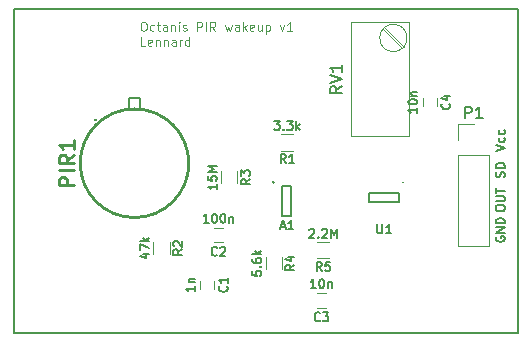
<source format=gbr>
%TF.GenerationSoftware,KiCad,Pcbnew,4.0.7*%
%TF.CreationDate,2018-05-13T22:07:06+02:00*%
%TF.ProjectId,nestbox,6E657374626F782E6B696361645F7063,rev?*%
%TF.FileFunction,Legend,Top*%
%FSLAX46Y46*%
G04 Gerber Fmt 4.6, Leading zero omitted, Abs format (unit mm)*
G04 Created by KiCad (PCBNEW 4.0.7) date 05/13/18 22:07:06*
%MOMM*%
%LPD*%
G01*
G04 APERTURE LIST*
%ADD10C,0.150000*%
%ADD11C,0.125000*%
%ADD12C,0.200000*%
%ADD13C,0.254000*%
%ADD14C,0.120000*%
%ADD15C,0.050000*%
G04 APERTURE END LIST*
D10*
D11*
X124717929Y-94722286D02*
X124860786Y-94722286D01*
X124932214Y-94758000D01*
X125003643Y-94829429D01*
X125039357Y-94972286D01*
X125039357Y-95222286D01*
X125003643Y-95365143D01*
X124932214Y-95436571D01*
X124860786Y-95472286D01*
X124717929Y-95472286D01*
X124646500Y-95436571D01*
X124575071Y-95365143D01*
X124539357Y-95222286D01*
X124539357Y-94972286D01*
X124575071Y-94829429D01*
X124646500Y-94758000D01*
X124717929Y-94722286D01*
X125682214Y-95436571D02*
X125610785Y-95472286D01*
X125467928Y-95472286D01*
X125396500Y-95436571D01*
X125360785Y-95400857D01*
X125325071Y-95329429D01*
X125325071Y-95115143D01*
X125360785Y-95043714D01*
X125396500Y-95008000D01*
X125467928Y-94972286D01*
X125610785Y-94972286D01*
X125682214Y-95008000D01*
X125896500Y-94972286D02*
X126182214Y-94972286D01*
X126003642Y-94722286D02*
X126003642Y-95365143D01*
X126039357Y-95436571D01*
X126110785Y-95472286D01*
X126182214Y-95472286D01*
X126753642Y-95472286D02*
X126753642Y-95079429D01*
X126717928Y-95008000D01*
X126646499Y-94972286D01*
X126503642Y-94972286D01*
X126432213Y-95008000D01*
X126753642Y-95436571D02*
X126682213Y-95472286D01*
X126503642Y-95472286D01*
X126432213Y-95436571D01*
X126396499Y-95365143D01*
X126396499Y-95293714D01*
X126432213Y-95222286D01*
X126503642Y-95186571D01*
X126682213Y-95186571D01*
X126753642Y-95150857D01*
X127110784Y-94972286D02*
X127110784Y-95472286D01*
X127110784Y-95043714D02*
X127146499Y-95008000D01*
X127217927Y-94972286D01*
X127325070Y-94972286D01*
X127396499Y-95008000D01*
X127432213Y-95079429D01*
X127432213Y-95472286D01*
X127789355Y-95472286D02*
X127789355Y-94972286D01*
X127789355Y-94722286D02*
X127753641Y-94758000D01*
X127789355Y-94793714D01*
X127825070Y-94758000D01*
X127789355Y-94722286D01*
X127789355Y-94793714D01*
X128110784Y-95436571D02*
X128182213Y-95472286D01*
X128325070Y-95472286D01*
X128396498Y-95436571D01*
X128432213Y-95365143D01*
X128432213Y-95329429D01*
X128396498Y-95258000D01*
X128325070Y-95222286D01*
X128217927Y-95222286D01*
X128146498Y-95186571D01*
X128110784Y-95115143D01*
X128110784Y-95079429D01*
X128146498Y-95008000D01*
X128217927Y-94972286D01*
X128325070Y-94972286D01*
X128396498Y-95008000D01*
X129325070Y-95472286D02*
X129325070Y-94722286D01*
X129610785Y-94722286D01*
X129682213Y-94758000D01*
X129717928Y-94793714D01*
X129753642Y-94865143D01*
X129753642Y-94972286D01*
X129717928Y-95043714D01*
X129682213Y-95079429D01*
X129610785Y-95115143D01*
X129325070Y-95115143D01*
X130075070Y-95472286D02*
X130075070Y-94722286D01*
X130860785Y-95472286D02*
X130610785Y-95115143D01*
X130432213Y-95472286D02*
X130432213Y-94722286D01*
X130717928Y-94722286D01*
X130789356Y-94758000D01*
X130825071Y-94793714D01*
X130860785Y-94865143D01*
X130860785Y-94972286D01*
X130825071Y-95043714D01*
X130789356Y-95079429D01*
X130717928Y-95115143D01*
X130432213Y-95115143D01*
X131682214Y-94972286D02*
X131825071Y-95472286D01*
X131967928Y-95115143D01*
X132110785Y-95472286D01*
X132253642Y-94972286D01*
X132860785Y-95472286D02*
X132860785Y-95079429D01*
X132825071Y-95008000D01*
X132753642Y-94972286D01*
X132610785Y-94972286D01*
X132539356Y-95008000D01*
X132860785Y-95436571D02*
X132789356Y-95472286D01*
X132610785Y-95472286D01*
X132539356Y-95436571D01*
X132503642Y-95365143D01*
X132503642Y-95293714D01*
X132539356Y-95222286D01*
X132610785Y-95186571D01*
X132789356Y-95186571D01*
X132860785Y-95150857D01*
X133217927Y-95472286D02*
X133217927Y-94722286D01*
X133289356Y-95186571D02*
X133503642Y-95472286D01*
X133503642Y-94972286D02*
X133217927Y-95258000D01*
X134110785Y-95436571D02*
X134039356Y-95472286D01*
X133896499Y-95472286D01*
X133825070Y-95436571D01*
X133789356Y-95365143D01*
X133789356Y-95079429D01*
X133825070Y-95008000D01*
X133896499Y-94972286D01*
X134039356Y-94972286D01*
X134110785Y-95008000D01*
X134146499Y-95079429D01*
X134146499Y-95150857D01*
X133789356Y-95222286D01*
X134789356Y-94972286D02*
X134789356Y-95472286D01*
X134467927Y-94972286D02*
X134467927Y-95365143D01*
X134503642Y-95436571D01*
X134575070Y-95472286D01*
X134682213Y-95472286D01*
X134753642Y-95436571D01*
X134789356Y-95400857D01*
X135146498Y-94972286D02*
X135146498Y-95722286D01*
X135146498Y-95008000D02*
X135217927Y-94972286D01*
X135360784Y-94972286D01*
X135432213Y-95008000D01*
X135467927Y-95043714D01*
X135503641Y-95115143D01*
X135503641Y-95329429D01*
X135467927Y-95400857D01*
X135432213Y-95436571D01*
X135360784Y-95472286D01*
X135217927Y-95472286D01*
X135146498Y-95436571D01*
X136325070Y-94972286D02*
X136503641Y-95472286D01*
X136682213Y-94972286D01*
X137360785Y-95472286D02*
X136932213Y-95472286D01*
X137146499Y-95472286D02*
X137146499Y-94722286D01*
X137075070Y-94829429D01*
X137003642Y-94900857D01*
X136932213Y-94936571D01*
X124932214Y-96722286D02*
X124575071Y-96722286D01*
X124575071Y-95972286D01*
X125467929Y-96686571D02*
X125396500Y-96722286D01*
X125253643Y-96722286D01*
X125182214Y-96686571D01*
X125146500Y-96615143D01*
X125146500Y-96329429D01*
X125182214Y-96258000D01*
X125253643Y-96222286D01*
X125396500Y-96222286D01*
X125467929Y-96258000D01*
X125503643Y-96329429D01*
X125503643Y-96400857D01*
X125146500Y-96472286D01*
X125825071Y-96222286D02*
X125825071Y-96722286D01*
X125825071Y-96293714D02*
X125860786Y-96258000D01*
X125932214Y-96222286D01*
X126039357Y-96222286D01*
X126110786Y-96258000D01*
X126146500Y-96329429D01*
X126146500Y-96722286D01*
X126503642Y-96222286D02*
X126503642Y-96722286D01*
X126503642Y-96293714D02*
X126539357Y-96258000D01*
X126610785Y-96222286D01*
X126717928Y-96222286D01*
X126789357Y-96258000D01*
X126825071Y-96329429D01*
X126825071Y-96722286D01*
X127503642Y-96722286D02*
X127503642Y-96329429D01*
X127467928Y-96258000D01*
X127396499Y-96222286D01*
X127253642Y-96222286D01*
X127182213Y-96258000D01*
X127503642Y-96686571D02*
X127432213Y-96722286D01*
X127253642Y-96722286D01*
X127182213Y-96686571D01*
X127146499Y-96615143D01*
X127146499Y-96543714D01*
X127182213Y-96472286D01*
X127253642Y-96436571D01*
X127432213Y-96436571D01*
X127503642Y-96400857D01*
X127860784Y-96722286D02*
X127860784Y-96222286D01*
X127860784Y-96365143D02*
X127896499Y-96293714D01*
X127932213Y-96258000D01*
X128003642Y-96222286D01*
X128075070Y-96222286D01*
X128646499Y-96722286D02*
X128646499Y-95972286D01*
X128646499Y-96686571D02*
X128575070Y-96722286D01*
X128432213Y-96722286D01*
X128360785Y-96686571D01*
X128325070Y-96650857D01*
X128289356Y-96579429D01*
X128289356Y-96365143D01*
X128325070Y-96293714D01*
X128360785Y-96258000D01*
X128432213Y-96222286D01*
X128575070Y-96222286D01*
X128646499Y-96258000D01*
D10*
X154650000Y-112902928D02*
X154614286Y-112974357D01*
X154614286Y-113081500D01*
X154650000Y-113188643D01*
X154721429Y-113260071D01*
X154792857Y-113295786D01*
X154935714Y-113331500D01*
X155042857Y-113331500D01*
X155185714Y-113295786D01*
X155257143Y-113260071D01*
X155328571Y-113188643D01*
X155364286Y-113081500D01*
X155364286Y-113010071D01*
X155328571Y-112902928D01*
X155292857Y-112867214D01*
X155042857Y-112867214D01*
X155042857Y-113010071D01*
X155364286Y-112545786D02*
X154614286Y-112545786D01*
X155364286Y-112117214D01*
X154614286Y-112117214D01*
X155364286Y-111760072D02*
X154614286Y-111760072D01*
X154614286Y-111581500D01*
X154650000Y-111474357D01*
X154721429Y-111402929D01*
X154792857Y-111367214D01*
X154935714Y-111331500D01*
X155042857Y-111331500D01*
X155185714Y-111367214D01*
X155257143Y-111402929D01*
X155328571Y-111474357D01*
X155364286Y-111581500D01*
X155364286Y-111760072D01*
X154614286Y-110541499D02*
X154614286Y-110398642D01*
X154650000Y-110327214D01*
X154721429Y-110255785D01*
X154864286Y-110220071D01*
X155114286Y-110220071D01*
X155257143Y-110255785D01*
X155328571Y-110327214D01*
X155364286Y-110398642D01*
X155364286Y-110541499D01*
X155328571Y-110612928D01*
X155257143Y-110684357D01*
X155114286Y-110720071D01*
X154864286Y-110720071D01*
X154721429Y-110684357D01*
X154650000Y-110612928D01*
X154614286Y-110541499D01*
X154614286Y-109898643D02*
X155221429Y-109898643D01*
X155292857Y-109862928D01*
X155328571Y-109827214D01*
X155364286Y-109755785D01*
X155364286Y-109612928D01*
X155328571Y-109541500D01*
X155292857Y-109505785D01*
X155221429Y-109470071D01*
X154614286Y-109470071D01*
X154614286Y-109220071D02*
X154614286Y-108791500D01*
X155364286Y-109005786D02*
X154614286Y-109005786D01*
X155328571Y-107840786D02*
X155364286Y-107733643D01*
X155364286Y-107555072D01*
X155328571Y-107483643D01*
X155292857Y-107447929D01*
X155221429Y-107412214D01*
X155150000Y-107412214D01*
X155078571Y-107447929D01*
X155042857Y-107483643D01*
X155007143Y-107555072D01*
X154971429Y-107697929D01*
X154935714Y-107769357D01*
X154900000Y-107805072D01*
X154828571Y-107840786D01*
X154757143Y-107840786D01*
X154685714Y-107805072D01*
X154650000Y-107769357D01*
X154614286Y-107697929D01*
X154614286Y-107519357D01*
X154650000Y-107412214D01*
X155364286Y-107090786D02*
X154614286Y-107090786D01*
X154614286Y-106912214D01*
X154650000Y-106805071D01*
X154721429Y-106733643D01*
X154792857Y-106697928D01*
X154935714Y-106662214D01*
X155042857Y-106662214D01*
X155185714Y-106697928D01*
X155257143Y-106733643D01*
X155328571Y-106805071D01*
X155364286Y-106912214D01*
X155364286Y-107090786D01*
X154614286Y-105604356D02*
X155364286Y-105354356D01*
X154614286Y-105104356D01*
X155328571Y-104532928D02*
X155364286Y-104604357D01*
X155364286Y-104747214D01*
X155328571Y-104818642D01*
X155292857Y-104854357D01*
X155221429Y-104890071D01*
X155007143Y-104890071D01*
X154935714Y-104854357D01*
X154900000Y-104818642D01*
X154864286Y-104747214D01*
X154864286Y-104604357D01*
X154900000Y-104532928D01*
X155328571Y-103890071D02*
X155364286Y-103961500D01*
X155364286Y-104104357D01*
X155328571Y-104175785D01*
X155292857Y-104211500D01*
X155221429Y-104247214D01*
X155007143Y-104247214D01*
X154935714Y-104211500D01*
X154900000Y-104175785D01*
X154864286Y-104104357D01*
X154864286Y-103961500D01*
X154900000Y-103890071D01*
X155150000Y-121050000D02*
X156500000Y-121050000D01*
X156500000Y-93600000D02*
X156500000Y-121050000D01*
X113775000Y-93600000D02*
X156525000Y-93600000D01*
X113775000Y-121050000D02*
X113775000Y-93600000D01*
X155175000Y-121050000D02*
X113775000Y-121050000D01*
D12*
X124515500Y-102016000D02*
X124515500Y-101180000D01*
X124515500Y-101180000D02*
X123515500Y-101180000D01*
X123515500Y-101180000D02*
X123515500Y-102031000D01*
D13*
X128615500Y-106680000D02*
G75*
G03X128615500Y-106680000I-4600000J0D01*
G01*
X120727500Y-103025000D02*
G75*
G03X120727500Y-103025000I-59000J0D01*
G01*
D10*
X136544000Y-108630000D02*
X137306000Y-108630000D01*
X137306000Y-108630000D02*
X137306000Y-111170000D01*
X137306000Y-111170000D02*
X136544000Y-111170000D01*
X136544000Y-111170000D02*
X136544000Y-108630000D01*
X135824992Y-108274400D02*
G75*
G03X135824992Y-108274400I-68392J0D01*
G01*
X146724800Y-108305000D02*
G75*
G03X146724800Y-108305000I-50800J0D01*
G01*
X146420000Y-109194000D02*
X146420000Y-109956000D01*
X146420000Y-109956000D02*
X143880000Y-109956000D01*
X143880000Y-109956000D02*
X143880000Y-109194000D01*
X143880000Y-109194000D02*
X146420000Y-109194000D01*
X146420000Y-109194000D02*
X146420000Y-109575000D01*
D14*
X130775000Y-116617000D02*
X130775000Y-117317000D01*
X129575000Y-117317000D02*
X129575000Y-116617000D01*
X131477500Y-113376000D02*
X130777500Y-113376000D01*
X130777500Y-112176000D02*
X131477500Y-112176000D01*
X140200000Y-118900000D02*
X139500000Y-118900000D01*
X139500000Y-117700000D02*
X140200000Y-117700000D01*
X151387500Y-113661500D02*
X154047500Y-113661500D01*
X151387500Y-105981500D02*
X151387500Y-113661500D01*
X154047500Y-105981500D02*
X154047500Y-113661500D01*
X151387500Y-105981500D02*
X154047500Y-105981500D01*
X151387500Y-104711500D02*
X151387500Y-103381500D01*
X151387500Y-103381500D02*
X152717500Y-103381500D01*
X136450000Y-104245000D02*
X137450000Y-104245000D01*
X137450000Y-105605000D02*
X136450000Y-105605000D01*
X125621500Y-114355500D02*
X125621500Y-113355500D01*
X126981500Y-113355500D02*
X126981500Y-114355500D01*
X132730000Y-107375000D02*
X132730000Y-108375000D01*
X131370000Y-108375000D02*
X131370000Y-107375000D01*
X135120000Y-115650000D02*
X135120000Y-114650000D01*
X136480000Y-114650000D02*
X136480000Y-115650000D01*
X139500000Y-113370000D02*
X140500000Y-113370000D01*
X140500000Y-114730000D02*
X139500000Y-114730000D01*
X147085000Y-96073000D02*
G75*
G03X147085000Y-96073000I-1155000J0D01*
G01*
X142310000Y-104393000D02*
X142310000Y-94743000D01*
X147261000Y-104393000D02*
X147261000Y-94743000D01*
X142310000Y-104393000D02*
X147261000Y-104393000D01*
X142310000Y-94743000D02*
X147261000Y-94743000D01*
X145196000Y-95197000D02*
X146806000Y-96808000D01*
X145055000Y-95337000D02*
X146665000Y-96949000D01*
X148400000Y-101850000D02*
X148400000Y-101150000D01*
X149600000Y-101150000D02*
X149600000Y-101850000D01*
D10*
D13*
X118875024Y-108554762D02*
X117605024Y-108554762D01*
X117605024Y-108070953D01*
X117665500Y-107950000D01*
X117725976Y-107889524D01*
X117846929Y-107829048D01*
X118028357Y-107829048D01*
X118149310Y-107889524D01*
X118209786Y-107950000D01*
X118270262Y-108070953D01*
X118270262Y-108554762D01*
X118875024Y-107284762D02*
X117605024Y-107284762D01*
X118875024Y-105954286D02*
X118270262Y-106377619D01*
X118875024Y-106680000D02*
X117605024Y-106680000D01*
X117605024Y-106196191D01*
X117665500Y-106075238D01*
X117725976Y-106014762D01*
X117846929Y-105954286D01*
X118028357Y-105954286D01*
X118149310Y-106014762D01*
X118209786Y-106075238D01*
X118270262Y-106196191D01*
X118270262Y-106680000D01*
X118875024Y-104744762D02*
X118875024Y-105470476D01*
X118875024Y-105107619D02*
X117605024Y-105107619D01*
X117786452Y-105228571D01*
X117907405Y-105349524D01*
X117967881Y-105470476D01*
D10*
X136389286Y-112057000D02*
X136746429Y-112057000D01*
X136317858Y-112271286D02*
X136567858Y-111521286D01*
X136817858Y-112271286D01*
X137460715Y-112271286D02*
X137032143Y-112271286D01*
X137246429Y-112271286D02*
X137246429Y-111521286D01*
X137175000Y-111628429D01*
X137103572Y-111699857D01*
X137032143Y-111735571D01*
D15*
D10*
X144578571Y-111864286D02*
X144578571Y-112471429D01*
X144614286Y-112542857D01*
X144650000Y-112578571D01*
X144721429Y-112614286D01*
X144864286Y-112614286D01*
X144935714Y-112578571D01*
X144971429Y-112542857D01*
X145007143Y-112471429D01*
X145007143Y-111864286D01*
X145757143Y-112614286D02*
X145328571Y-112614286D01*
X145542857Y-112614286D02*
X145542857Y-111864286D01*
X145471428Y-111971429D01*
X145400000Y-112042857D01*
X145328571Y-112078571D01*
D15*
D10*
X131842857Y-117092000D02*
X131878571Y-117127714D01*
X131914286Y-117234857D01*
X131914286Y-117306286D01*
X131878571Y-117413429D01*
X131807143Y-117484857D01*
X131735714Y-117520572D01*
X131592857Y-117556286D01*
X131485714Y-117556286D01*
X131342857Y-117520572D01*
X131271429Y-117484857D01*
X131200000Y-117413429D01*
X131164286Y-117306286D01*
X131164286Y-117234857D01*
X131200000Y-117127714D01*
X131235714Y-117092000D01*
X131914286Y-116377714D02*
X131914286Y-116806286D01*
X131914286Y-116592000D02*
X131164286Y-116592000D01*
X131271429Y-116663429D01*
X131342857Y-116734857D01*
X131378571Y-116806286D01*
X129114286Y-117091999D02*
X129114286Y-117520571D01*
X129114286Y-117306285D02*
X128364286Y-117306285D01*
X128471429Y-117377714D01*
X128542857Y-117449142D01*
X128578571Y-117520571D01*
X128614286Y-116770571D02*
X129114286Y-116770571D01*
X128685714Y-116770571D02*
X128650000Y-116734856D01*
X128614286Y-116663428D01*
X128614286Y-116556285D01*
X128650000Y-116484856D01*
X128721429Y-116449142D01*
X129114286Y-116449142D01*
X131002500Y-114443857D02*
X130966786Y-114479571D01*
X130859643Y-114515286D01*
X130788214Y-114515286D01*
X130681071Y-114479571D01*
X130609643Y-114408143D01*
X130573928Y-114336714D01*
X130538214Y-114193857D01*
X130538214Y-114086714D01*
X130573928Y-113943857D01*
X130609643Y-113872429D01*
X130681071Y-113801000D01*
X130788214Y-113765286D01*
X130859643Y-113765286D01*
X130966786Y-113801000D01*
X131002500Y-113836714D01*
X131288214Y-113836714D02*
X131323928Y-113801000D01*
X131395357Y-113765286D01*
X131573928Y-113765286D01*
X131645357Y-113801000D01*
X131681071Y-113836714D01*
X131716786Y-113908143D01*
X131716786Y-113979571D01*
X131681071Y-114086714D01*
X131252500Y-114515286D01*
X131716786Y-114515286D01*
X130288215Y-111715286D02*
X129859643Y-111715286D01*
X130073929Y-111715286D02*
X130073929Y-110965286D01*
X130002500Y-111072429D01*
X129931072Y-111143857D01*
X129859643Y-111179571D01*
X130752501Y-110965286D02*
X130823929Y-110965286D01*
X130895358Y-111001000D01*
X130931072Y-111036714D01*
X130966786Y-111108143D01*
X131002501Y-111251000D01*
X131002501Y-111429571D01*
X130966786Y-111572429D01*
X130931072Y-111643857D01*
X130895358Y-111679571D01*
X130823929Y-111715286D01*
X130752501Y-111715286D01*
X130681072Y-111679571D01*
X130645358Y-111643857D01*
X130609643Y-111572429D01*
X130573929Y-111429571D01*
X130573929Y-111251000D01*
X130609643Y-111108143D01*
X130645358Y-111036714D01*
X130681072Y-111001000D01*
X130752501Y-110965286D01*
X131466787Y-110965286D02*
X131538215Y-110965286D01*
X131609644Y-111001000D01*
X131645358Y-111036714D01*
X131681072Y-111108143D01*
X131716787Y-111251000D01*
X131716787Y-111429571D01*
X131681072Y-111572429D01*
X131645358Y-111643857D01*
X131609644Y-111679571D01*
X131538215Y-111715286D01*
X131466787Y-111715286D01*
X131395358Y-111679571D01*
X131359644Y-111643857D01*
X131323929Y-111572429D01*
X131288215Y-111429571D01*
X131288215Y-111251000D01*
X131323929Y-111108143D01*
X131359644Y-111036714D01*
X131395358Y-111001000D01*
X131466787Y-110965286D01*
X132038215Y-111215286D02*
X132038215Y-111715286D01*
X132038215Y-111286714D02*
X132073930Y-111251000D01*
X132145358Y-111215286D01*
X132252501Y-111215286D01*
X132323930Y-111251000D01*
X132359644Y-111322429D01*
X132359644Y-111715286D01*
X139725000Y-119967857D02*
X139689286Y-120003571D01*
X139582143Y-120039286D01*
X139510714Y-120039286D01*
X139403571Y-120003571D01*
X139332143Y-119932143D01*
X139296428Y-119860714D01*
X139260714Y-119717857D01*
X139260714Y-119610714D01*
X139296428Y-119467857D01*
X139332143Y-119396429D01*
X139403571Y-119325000D01*
X139510714Y-119289286D01*
X139582143Y-119289286D01*
X139689286Y-119325000D01*
X139725000Y-119360714D01*
X139975000Y-119289286D02*
X140439286Y-119289286D01*
X140189286Y-119575000D01*
X140296428Y-119575000D01*
X140367857Y-119610714D01*
X140403571Y-119646429D01*
X140439286Y-119717857D01*
X140439286Y-119896429D01*
X140403571Y-119967857D01*
X140367857Y-120003571D01*
X140296428Y-120039286D01*
X140082143Y-120039286D01*
X140010714Y-120003571D01*
X139975000Y-119967857D01*
X139367858Y-117239286D02*
X138939286Y-117239286D01*
X139153572Y-117239286D02*
X139153572Y-116489286D01*
X139082143Y-116596429D01*
X139010715Y-116667857D01*
X138939286Y-116703571D01*
X139832144Y-116489286D02*
X139903572Y-116489286D01*
X139975001Y-116525000D01*
X140010715Y-116560714D01*
X140046429Y-116632143D01*
X140082144Y-116775000D01*
X140082144Y-116953571D01*
X140046429Y-117096429D01*
X140010715Y-117167857D01*
X139975001Y-117203571D01*
X139903572Y-117239286D01*
X139832144Y-117239286D01*
X139760715Y-117203571D01*
X139725001Y-117167857D01*
X139689286Y-117096429D01*
X139653572Y-116953571D01*
X139653572Y-116775000D01*
X139689286Y-116632143D01*
X139725001Y-116560714D01*
X139760715Y-116525000D01*
X139832144Y-116489286D01*
X140403572Y-116739286D02*
X140403572Y-117239286D01*
X140403572Y-116810714D02*
X140439287Y-116775000D01*
X140510715Y-116739286D01*
X140617858Y-116739286D01*
X140689287Y-116775000D01*
X140725001Y-116846429D01*
X140725001Y-117239286D01*
X151979405Y-102888881D02*
X151979405Y-101888881D01*
X152360358Y-101888881D01*
X152455596Y-101936500D01*
X152503215Y-101984119D01*
X152550834Y-102079357D01*
X152550834Y-102222214D01*
X152503215Y-102317452D01*
X152455596Y-102365071D01*
X152360358Y-102412690D01*
X151979405Y-102412690D01*
X153503215Y-102888881D02*
X152931786Y-102888881D01*
X153217500Y-102888881D02*
X153217500Y-101888881D01*
X153122262Y-102031738D01*
X153027024Y-102126976D01*
X152931786Y-102174595D01*
X136825000Y-106664286D02*
X136575000Y-106307143D01*
X136396428Y-106664286D02*
X136396428Y-105914286D01*
X136682143Y-105914286D01*
X136753571Y-105950000D01*
X136789286Y-105985714D01*
X136825000Y-106057143D01*
X136825000Y-106164286D01*
X136789286Y-106235714D01*
X136753571Y-106271429D01*
X136682143Y-106307143D01*
X136396428Y-106307143D01*
X137539286Y-106664286D02*
X137110714Y-106664286D01*
X137325000Y-106664286D02*
X137325000Y-105914286D01*
X137253571Y-106021429D01*
X137182143Y-106092857D01*
X137110714Y-106128571D01*
X135860714Y-103114286D02*
X136325000Y-103114286D01*
X136075000Y-103400000D01*
X136182142Y-103400000D01*
X136253571Y-103435714D01*
X136289285Y-103471429D01*
X136325000Y-103542857D01*
X136325000Y-103721429D01*
X136289285Y-103792857D01*
X136253571Y-103828571D01*
X136182142Y-103864286D01*
X135967857Y-103864286D01*
X135896428Y-103828571D01*
X135860714Y-103792857D01*
X136646428Y-103792857D02*
X136682143Y-103828571D01*
X136646428Y-103864286D01*
X136610714Y-103828571D01*
X136646428Y-103792857D01*
X136646428Y-103864286D01*
X136932143Y-103114286D02*
X137396429Y-103114286D01*
X137146429Y-103400000D01*
X137253571Y-103400000D01*
X137325000Y-103435714D01*
X137360714Y-103471429D01*
X137396429Y-103542857D01*
X137396429Y-103721429D01*
X137360714Y-103792857D01*
X137325000Y-103828571D01*
X137253571Y-103864286D01*
X137039286Y-103864286D01*
X136967857Y-103828571D01*
X136932143Y-103792857D01*
X137717857Y-103864286D02*
X137717857Y-103114286D01*
X137789286Y-103578571D02*
X138003572Y-103864286D01*
X138003572Y-103364286D02*
X137717857Y-103650000D01*
X128040786Y-113980500D02*
X127683643Y-114230500D01*
X128040786Y-114409072D02*
X127290786Y-114409072D01*
X127290786Y-114123357D01*
X127326500Y-114051929D01*
X127362214Y-114016214D01*
X127433643Y-113980500D01*
X127540786Y-113980500D01*
X127612214Y-114016214D01*
X127647929Y-114051929D01*
X127683643Y-114123357D01*
X127683643Y-114409072D01*
X127362214Y-113694786D02*
X127326500Y-113659072D01*
X127290786Y-113587643D01*
X127290786Y-113409072D01*
X127326500Y-113337643D01*
X127362214Y-113301929D01*
X127433643Y-113266214D01*
X127505071Y-113266214D01*
X127612214Y-113301929D01*
X128040786Y-113730500D01*
X128040786Y-113266214D01*
X124740786Y-114373357D02*
X125240786Y-114373357D01*
X124455071Y-114551928D02*
X124990786Y-114730500D01*
X124990786Y-114266214D01*
X124490786Y-114051928D02*
X124490786Y-113551928D01*
X125240786Y-113873357D01*
X125240786Y-113266214D02*
X124490786Y-113266214D01*
X124955071Y-113194785D02*
X125240786Y-112980499D01*
X124740786Y-112980499D02*
X125026500Y-113266214D01*
X133789286Y-108000000D02*
X133432143Y-108250000D01*
X133789286Y-108428572D02*
X133039286Y-108428572D01*
X133039286Y-108142857D01*
X133075000Y-108071429D01*
X133110714Y-108035714D01*
X133182143Y-108000000D01*
X133289286Y-108000000D01*
X133360714Y-108035714D01*
X133396429Y-108071429D01*
X133432143Y-108142857D01*
X133432143Y-108428572D01*
X133039286Y-107750000D02*
X133039286Y-107285714D01*
X133325000Y-107535714D01*
X133325000Y-107428572D01*
X133360714Y-107357143D01*
X133396429Y-107321429D01*
X133467857Y-107285714D01*
X133646429Y-107285714D01*
X133717857Y-107321429D01*
X133753571Y-107357143D01*
X133789286Y-107428572D01*
X133789286Y-107642857D01*
X133753571Y-107714286D01*
X133717857Y-107750000D01*
X130989286Y-108446428D02*
X130989286Y-108875000D01*
X130989286Y-108660714D02*
X130239286Y-108660714D01*
X130346429Y-108732143D01*
X130417857Y-108803571D01*
X130453571Y-108875000D01*
X130239286Y-107767857D02*
X130239286Y-108125000D01*
X130596429Y-108160714D01*
X130560714Y-108125000D01*
X130525000Y-108053571D01*
X130525000Y-107875000D01*
X130560714Y-107803571D01*
X130596429Y-107767857D01*
X130667857Y-107732142D01*
X130846429Y-107732142D01*
X130917857Y-107767857D01*
X130953571Y-107803571D01*
X130989286Y-107875000D01*
X130989286Y-108053571D01*
X130953571Y-108125000D01*
X130917857Y-108160714D01*
X130989286Y-107410714D02*
X130239286Y-107410714D01*
X130775000Y-107160714D01*
X130239286Y-106910714D01*
X130989286Y-106910714D01*
X137539286Y-115275000D02*
X137182143Y-115525000D01*
X137539286Y-115703572D02*
X136789286Y-115703572D01*
X136789286Y-115417857D01*
X136825000Y-115346429D01*
X136860714Y-115310714D01*
X136932143Y-115275000D01*
X137039286Y-115275000D01*
X137110714Y-115310714D01*
X137146429Y-115346429D01*
X137182143Y-115417857D01*
X137182143Y-115703572D01*
X137039286Y-114632143D02*
X137539286Y-114632143D01*
X136753571Y-114810714D02*
X137289286Y-114989286D01*
X137289286Y-114525000D01*
X133989286Y-115810715D02*
X133989286Y-116167858D01*
X134346429Y-116203572D01*
X134310714Y-116167858D01*
X134275000Y-116096429D01*
X134275000Y-115917858D01*
X134310714Y-115846429D01*
X134346429Y-115810715D01*
X134417857Y-115775000D01*
X134596429Y-115775000D01*
X134667857Y-115810715D01*
X134703571Y-115846429D01*
X134739286Y-115917858D01*
X134739286Y-116096429D01*
X134703571Y-116167858D01*
X134667857Y-116203572D01*
X134667857Y-115453572D02*
X134703571Y-115417857D01*
X134739286Y-115453572D01*
X134703571Y-115489286D01*
X134667857Y-115453572D01*
X134739286Y-115453572D01*
X133989286Y-114775000D02*
X133989286Y-114917857D01*
X134025000Y-114989286D01*
X134060714Y-115025000D01*
X134167857Y-115096429D01*
X134310714Y-115132143D01*
X134596429Y-115132143D01*
X134667857Y-115096429D01*
X134703571Y-115060714D01*
X134739286Y-114989286D01*
X134739286Y-114846429D01*
X134703571Y-114775000D01*
X134667857Y-114739286D01*
X134596429Y-114703571D01*
X134417857Y-114703571D01*
X134346429Y-114739286D01*
X134310714Y-114775000D01*
X134275000Y-114846429D01*
X134275000Y-114989286D01*
X134310714Y-115060714D01*
X134346429Y-115096429D01*
X134417857Y-115132143D01*
X134739286Y-114382143D02*
X133989286Y-114382143D01*
X134453571Y-114310714D02*
X134739286Y-114096428D01*
X134239286Y-114096428D02*
X134525000Y-114382143D01*
X139875000Y-115789286D02*
X139625000Y-115432143D01*
X139446428Y-115789286D02*
X139446428Y-115039286D01*
X139732143Y-115039286D01*
X139803571Y-115075000D01*
X139839286Y-115110714D01*
X139875000Y-115182143D01*
X139875000Y-115289286D01*
X139839286Y-115360714D01*
X139803571Y-115396429D01*
X139732143Y-115432143D01*
X139446428Y-115432143D01*
X140553571Y-115039286D02*
X140196428Y-115039286D01*
X140160714Y-115396429D01*
X140196428Y-115360714D01*
X140267857Y-115325000D01*
X140446428Y-115325000D01*
X140517857Y-115360714D01*
X140553571Y-115396429D01*
X140589286Y-115467857D01*
X140589286Y-115646429D01*
X140553571Y-115717857D01*
X140517857Y-115753571D01*
X140446428Y-115789286D01*
X140267857Y-115789286D01*
X140196428Y-115753571D01*
X140160714Y-115717857D01*
X138821428Y-112310714D02*
X138857142Y-112275000D01*
X138928571Y-112239286D01*
X139107142Y-112239286D01*
X139178571Y-112275000D01*
X139214285Y-112310714D01*
X139250000Y-112382143D01*
X139250000Y-112453571D01*
X139214285Y-112560714D01*
X138785714Y-112989286D01*
X139250000Y-112989286D01*
X139571428Y-112917857D02*
X139607143Y-112953571D01*
X139571428Y-112989286D01*
X139535714Y-112953571D01*
X139571428Y-112917857D01*
X139571428Y-112989286D01*
X139892857Y-112310714D02*
X139928571Y-112275000D01*
X140000000Y-112239286D01*
X140178571Y-112239286D01*
X140250000Y-112275000D01*
X140285714Y-112310714D01*
X140321429Y-112382143D01*
X140321429Y-112453571D01*
X140285714Y-112560714D01*
X139857143Y-112989286D01*
X140321429Y-112989286D01*
X140642857Y-112989286D02*
X140642857Y-112239286D01*
X140892857Y-112775000D01*
X141142857Y-112239286D01*
X141142857Y-112989286D01*
X141572381Y-100163238D02*
X141096190Y-100496572D01*
X141572381Y-100734667D02*
X140572381Y-100734667D01*
X140572381Y-100353714D01*
X140620000Y-100258476D01*
X140667619Y-100210857D01*
X140762857Y-100163238D01*
X140905714Y-100163238D01*
X141000952Y-100210857D01*
X141048571Y-100258476D01*
X141096190Y-100353714D01*
X141096190Y-100734667D01*
X140572381Y-99877524D02*
X141572381Y-99544191D01*
X140572381Y-99210857D01*
X141572381Y-98353714D02*
X141572381Y-98925143D01*
X141572381Y-98639429D02*
X140572381Y-98639429D01*
X140715238Y-98734667D01*
X140810476Y-98829905D01*
X140858095Y-98925143D01*
X150667857Y-101625000D02*
X150703571Y-101660714D01*
X150739286Y-101767857D01*
X150739286Y-101839286D01*
X150703571Y-101946429D01*
X150632143Y-102017857D01*
X150560714Y-102053572D01*
X150417857Y-102089286D01*
X150310714Y-102089286D01*
X150167857Y-102053572D01*
X150096429Y-102017857D01*
X150025000Y-101946429D01*
X149989286Y-101839286D01*
X149989286Y-101767857D01*
X150025000Y-101660714D01*
X150060714Y-101625000D01*
X150239286Y-100982143D02*
X150739286Y-100982143D01*
X149953571Y-101160714D02*
X150489286Y-101339286D01*
X150489286Y-100875000D01*
X147939286Y-101982142D02*
X147939286Y-102410714D01*
X147939286Y-102196428D02*
X147189286Y-102196428D01*
X147296429Y-102267857D01*
X147367857Y-102339285D01*
X147403571Y-102410714D01*
X147189286Y-101517856D02*
X147189286Y-101446428D01*
X147225000Y-101374999D01*
X147260714Y-101339285D01*
X147332143Y-101303571D01*
X147475000Y-101267856D01*
X147653571Y-101267856D01*
X147796429Y-101303571D01*
X147867857Y-101339285D01*
X147903571Y-101374999D01*
X147939286Y-101446428D01*
X147939286Y-101517856D01*
X147903571Y-101589285D01*
X147867857Y-101624999D01*
X147796429Y-101660714D01*
X147653571Y-101696428D01*
X147475000Y-101696428D01*
X147332143Y-101660714D01*
X147260714Y-101624999D01*
X147225000Y-101589285D01*
X147189286Y-101517856D01*
X147439286Y-100946428D02*
X147939286Y-100946428D01*
X147510714Y-100946428D02*
X147475000Y-100910713D01*
X147439286Y-100839285D01*
X147439286Y-100732142D01*
X147475000Y-100660713D01*
X147546429Y-100624999D01*
X147939286Y-100624999D01*
M02*

</source>
